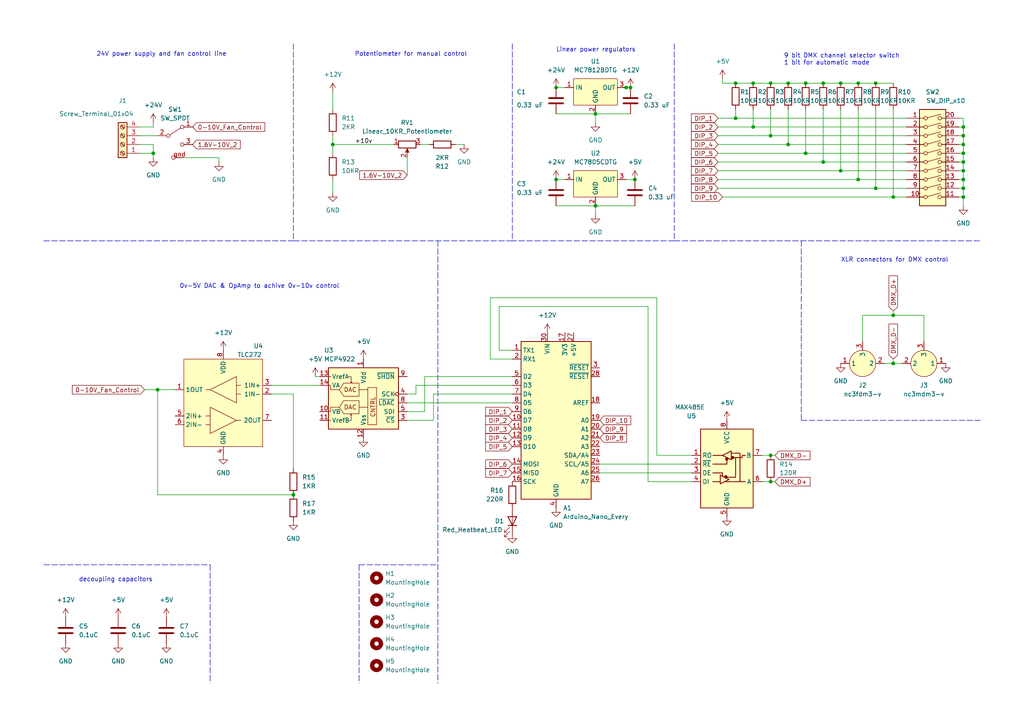
<source format=kicad_sch>
(kicad_sch (version 20211123) (generator eeschema)
  (paper "A4")
  (lib_symbols
    (symbol "Analog_DAC:MCP4922" (pin_names (offset 1.016))
      (property "Reference" "U" (at -1.905 10.795 0))
      (property "Value" "MCP4922" (at -1.905 8.89 0))
      (symbol "MCP4922_0_0"
        (polyline (pts (xy 3.556 -5.842) (xy 3.302 -6.096)))
        (polyline (pts (xy 3.556 -5.842) (xy 3.81 -6.096)))
        (polyline (pts (xy 3.556 3.302) (xy 3.302 3.556)))
        (polyline (pts (xy 3.556 3.302) (xy 3.81 3.556)))
        (polyline (pts (xy 10.16 -7.62) (xy 9.398 -7.62)))
        (polyline (pts (xy 10.16 5.08) (xy 9.398 5.08)))
        (polyline (pts (xy 4.064 -7.62) (xy 3.556 -7.62) (xy 3.556 -5.842)))
        (polyline (pts (xy 4.318 5.08) (xy 3.556 5.08) (xy 3.556 3.302)))
        (polyline (pts (xy 6.985 -3.81) (xy 9.525 -3.81) (xy 9.525 -5.08) (xy 10.16 -5.08)))
        (polyline (pts (xy 6.985 1.27) (xy 9.525 1.27) (xy 9.525 2.54) (xy 10.16 2.54)))
        (text "CNTRL" (at -2.032 -6.731 900) (effects (font (size 1.27 1.27)) (justify left bottom)))
        (text "DAC" (at 3.81 -3.81 0) (effects (font (size 1.27 1.27))))
        (text "DAC" (at 3.81 1.27 0) (effects (font (size 1.27 1.27))))
      )
      (symbol "MCP4922_0_1"
        (rectangle (start -10.16 7.62) (end 10.16 -10.16) (stroke (width 0.254)) (fill (type background)))
        (rectangle (start -1.27 -8.89) (end -3.81 1.905))
        (polyline (pts (xy 1.27 -3.81) (xy -1.27 -3.81)))
        (polyline (pts (xy 1.27 1.27) (xy -1.27 1.27)))
        (polyline (pts (xy 6.985 -3.81) (xy 5.715 -1.905) (xy 1.27 -1.905) (xy 1.27 -5.715) (xy 5.715 -5.715) (xy 6.985 -3.81)))
        (polyline (pts (xy 6.985 1.27) (xy 5.715 3.175) (xy 1.27 3.175) (xy 1.27 -0.635) (xy 5.715 -0.635) (xy 6.985 1.27)))
      )
      (symbol "MCP4922_1_1"
        (pin power_in line (at 0 10.16 270) (length 2.54) (name "Vdd") (number "1"))
        (pin output line (at 12.7 -5.08 180) (length 2.54) (name "VB") (number "10"))
        (pin input line (at 12.7 -7.62 180) (length 2.54) (name "VrefB") (number "11"))
        (pin power_in line (at 0 -12.7 90) (length 2.54) (name "Vss") (number "12"))
        (pin input line (at 12.7 5.08 180) (length 2.54) (name "VrefA") (number "13"))
        (pin output line (at 12.7 2.54 180) (length 2.54) (name "VA") (number "14"))
        (pin no_connect line (at -7.62 -12.7 90) (length 2.54) hide (name "NC") (number "2"))
        (pin input line (at -12.7 -7.62 0) (length 2.54) (name "~{CS}") (number "3"))
        (pin input clock (at -12.7 0 0) (length 2.54) (name "SCK") (number "4"))
        (pin input line (at -12.7 -5.08 0) (length 2.54) (name "SDI") (number "5"))
        (pin no_connect line (at -5.08 -12.7 90) (length 2.54) hide (name "NC") (number "6"))
        (pin no_connect line (at -2.54 -12.7 90) (length 2.54) hide (name "NC") (number "7"))
        (pin input line (at -12.7 -2.54 0) (length 2.54) (name "~{LDAC}") (number "8"))
        (pin output line (at -12.7 5.08 0) (length 2.54) (name "~{SHDN}") (number "9"))
      )
    )
    (symbol "Connector:Screw_Terminal_01x04" (pin_names (offset 1.016) hide)
      (property "Reference" "J" (at 0 5.08 0))
      (property "Value" "Screw_Terminal_01x04" (at 0 -7.62 0))
      (symbol "Screw_Terminal_01x04_1_1"
        (rectangle (start -1.27 3.81) (end 1.27 -6.35) (stroke (width 0.254)) (fill (type background)))
        (circle (center 0 -5.08) (radius 0.635) (stroke (width 0.1524)))
        (circle (center 0 -2.54) (radius 0.635) (stroke (width 0.1524)))
        (polyline (pts (xy -0.5334 -4.7498) (xy 0.3302 -5.588)) (stroke (width 0.1524)))
        (polyline (pts (xy -0.5334 -2.2098) (xy 0.3302 -3.048)) (stroke (width 0.1524)))
        (polyline (pts (xy -0.5334 0.3302) (xy 0.3302 -0.508)) (stroke (width 0.1524)))
        (polyline (pts (xy -0.5334 2.8702) (xy 0.3302 2.032)) (stroke (width 0.1524)))
        (polyline (pts (xy -0.3556 -4.572) (xy 0.508 -5.4102)) (stroke (width 0.1524)))
        (polyline (pts (xy -0.3556 -2.032) (xy 0.508 -2.8702)) (stroke (width 0.1524)))
        (polyline (pts (xy -0.3556 0.508) (xy 0.508 -0.3302)) (stroke (width 0.1524)))
        (polyline (pts (xy -0.3556 3.048) (xy 0.508 2.2098)) (stroke (width 0.1524)))
        (circle (center 0 0) (radius 0.635) (stroke (width 0.1524)))
        (circle (center 0 2.54) (radius 0.635) (stroke (width 0.1524)))
        (pin passive line (at -5.08 2.54 0) (length 3.81) (name "Pin_1") (number "1"))
        (pin passive line (at -5.08 0 0) (length 3.81) (name "Pin_2") (number "2"))
        (pin passive line (at -5.08 -2.54 0) (length 3.81) (name "Pin_3") (number "3"))
        (pin passive line (at -5.08 -5.08 0) (length 3.81) (name "Pin_4") (number "4"))
      )
    )
    (symbol "Device:C" (pin_numbers hide) (pin_names (offset 0.254))
      (property "Reference" "C" (at 0.635 2.54 0))
      (property "Value" "C" (at 0.635 -2.54 0))
      (symbol "C_0_1"
        (polyline (pts (xy -2.032 -0.762) (xy 2.032 -0.762)) (stroke (width 0.508)))
        (polyline (pts (xy -2.032 0.762) (xy 2.032 0.762)) (stroke (width 0.508)))
      )
      (symbol "C_1_1"
        (pin passive line (at 0 3.81 270) (length 2.794) (name "~") (number "1"))
        (pin passive line (at 0 -3.81 90) (length 2.794) (name "~") (number "2"))
      )
    )
    (symbol "Device:LED" (pin_numbers hide) (pin_names (offset 1.016) hide)
      (property "Reference" "D" (at 0 2.54 0))
      (property "Value" "LED" (at 0 -2.54 0))
      (symbol "LED_0_1"
        (polyline (pts (xy -1.27 -1.27) (xy -1.27 1.27)) (stroke (width 0.254)))
        (polyline (pts (xy -1.27 0) (xy 1.27 0)))
        (polyline (pts (xy 1.27 -1.27) (xy 1.27 1.27) (xy -1.27 0) (xy 1.27 -1.27)) (stroke (width 0.254)))
        (polyline (pts (xy -3.048 -0.762) (xy -4.572 -2.286) (xy -3.81 -2.286) (xy -4.572 -2.286) (xy -4.572 -1.524)))
        (polyline (pts (xy -1.778 -0.762) (xy -3.302 -2.286) (xy -2.54 -2.286) (xy -3.302 -2.286) (xy -3.302 -1.524)))
      )
      (symbol "LED_1_1"
        (pin passive line (at -3.81 0 0) (length 2.54) (name "K") (number "1"))
        (pin passive line (at 3.81 0 180) (length 2.54) (name "A") (number "2"))
      )
    )
    (symbol "Device:R" (pin_numbers hide) (pin_names (offset 0))
      (property "Reference" "R" (at 2.032 0 90))
      (property "Value" "R" (at 0 0 90))
      (symbol "R_0_1"
        (rectangle (start -1.016 -2.54) (end 1.016 2.54) (stroke (width 0.254)))
      )
      (symbol "R_1_1"
        (pin passive line (at 0 3.81 270) (length 1.27) (name "~") (number "1"))
        (pin passive line (at 0 -3.81 90) (length 1.27) (name "~") (number "2"))
      )
    )
    (symbol "Device:R_Potentiometer" (pin_names (offset 1.016) hide)
      (property "Reference" "RV" (at -4.445 0 90))
      (property "Value" "R_Potentiometer" (at -2.54 0 90))
      (symbol "R_Potentiometer_0_1"
        (polyline (pts (xy 2.54 0) (xy 1.524 0)))
        (polyline (pts (xy 1.143 0) (xy 2.286 0.508) (xy 2.286 -0.508) (xy 1.143 0)) (fill (type outline)))
        (rectangle (start 1.016 2.54) (end -1.016 -2.54) (stroke (width 0.254)))
      )
      (symbol "R_Potentiometer_1_1"
        (pin passive line (at 0 3.81 270) (length 1.27) (name "1") (number "1"))
        (pin passive line (at 3.81 0 180) (length 1.27) (name "2") (number "2"))
        (pin passive line (at 0 -3.81 90) (length 1.27) (name "3") (number "3"))
      )
    )
    (symbol "Interface_UART:MAX485E"
      (property "Reference" "U" (at -6.096 11.43 0))
      (property "Value" "MAX485E" (at 0.762 11.43 0))
      (symbol "MAX485E_0_1"
        (rectangle (start -7.62 10.16) (end 7.62 -12.7) (stroke (width 0.254)) (fill (type background)))
        (circle (center -0.3048 -3.683) (radius 0.3556) (stroke (width 0.254)) (fill (type outline)))
        (circle (center -0.0254 1.4986) (radius 0.3556) (stroke (width 0.254)) (fill (type outline)))
        (polyline (pts (xy -4.064 -5.08) (xy -1.905 -5.08)) (stroke (width 0.254)))
        (polyline (pts (xy -4.064 2.54) (xy -1.27 2.54)) (stroke (width 0.254)))
        (polyline (pts (xy -1.27 -3.2004) (xy -1.27 -3.4544)) (stroke (width 0.254)))
        (polyline (pts (xy -0.635 -5.08) (xy 5.334 -5.08)) (stroke (width 0.254)))
        (polyline (pts (xy -4.064 -2.54) (xy -1.27 -2.54) (xy -1.27 -3.175)) (stroke (width 0.254)))
        (polyline (pts (xy 0 1.27) (xy 0 0) (xy -4.064 0)) (stroke (width 0.254)))
        (polyline (pts (xy 1.27 3.175) (xy 3.81 3.175) (xy 3.81 -5.08)) (stroke (width 0.254)))
        (polyline (pts (xy 2.54 1.905) (xy 2.54 -3.81) (xy 0 -3.81)) (stroke (width 0.254)))
        (polyline (pts (xy -1.905 -3.175) (xy -1.905 -5.715) (xy 0.635 -4.445) (xy -1.905 -3.175)) (stroke (width 0.254)))
        (polyline (pts (xy -1.27 2.54) (xy 1.27 3.81) (xy 1.27 1.27) (xy -1.27 2.54)) (stroke (width 0.254)))
        (polyline (pts (xy 1.905 1.905) (xy 4.445 1.905) (xy 4.445 2.54) (xy 5.334 2.54)) (stroke (width 0.254)))
        (rectangle (start 1.27 3.175) (end 1.27 3.175))
        (circle (center 1.651 1.905) (radius 0.3556) (stroke (width 0.254)) (fill (type outline)))
      )
      (symbol "MAX485E_1_1"
        (pin output line (at -10.16 2.54 0) (length 2.54) (name "RO") (number "1"))
        (pin input line (at -10.16 0 0) (length 2.54) (name "~{RE}") (number "2"))
        (pin input line (at -10.16 -2.54 0) (length 2.54) (name "DE") (number "3"))
        (pin input line (at -10.16 -5.08 0) (length 2.54) (name "DI") (number "4"))
        (pin power_in line (at 0 -15.24 90) (length 2.54) (name "GND") (number "5"))
        (pin bidirectional line (at 10.16 -5.08 180) (length 2.54) (name "A") (number "6"))
        (pin bidirectional line (at 10.16 2.54 180) (length 2.54) (name "B") (number "7"))
        (pin power_in line (at 0 12.7 270) (length 2.54) (name "VCC") (number "8"))
      )
    )
    (symbol "Linear_Voltage_Reg:MC7805CDTG"
      (property "Reference" "U" (at 0 10.16 0))
      (property "Value" "MC7805CDTG" (at 0 7.62 0))
      (symbol "MC7805CDTG_0_1"
        (rectangle (start -6.35 3.81) (end 6.35 -3.81) (fill (type background)))
      )
      (symbol "MC7805CDTG_1_1"
        (pin power_in line (at -8.89 1.27 0) (length 2.54) (name "IN") (number "1"))
        (pin power_in line (at 0 -6.35 90) (length 2.54) (name "GND") (number "2"))
        (pin power_in line (at 8.89 1.27 180) (length 2.54) (name "OUT") (number "3"))
      )
    )
    (symbol "Linear_Voltage_Reg:MC7812BDTG"
      (property "Reference" "U" (at 0 6.35 0))
      (property "Value" "MC7812BDTG" (at 0 8.89 0))
      (symbol "MC7812BDTG_0_1"
        (rectangle (start -6.35 3.81) (end 6.35 -3.81) (fill (type background)))
      )
      (symbol "MC7812BDTG_1_1"
        (pin power_in line (at -8.89 1.27 0) (length 2.54) (name "IN") (number "1"))
        (pin power_in line (at 0 -6.35 90) (length 2.54) (name "GND") (number "2"))
        (pin power_in line (at 8.89 1.27 180) (length 2.54) (name "OUT") (number "3"))
      )
    )
    (symbol "MCU_Module:Arduino_Nano_Every"
      (property "Reference" "A" (at -10.16 23.495 0))
      (property "Value" "Arduino_Nano_Every" (at 5.08 -24.13 0))
      (symbol "Arduino_Nano_Every_0_1"
        (rectangle (start -10.16 22.86) (end 10.16 -22.86) (stroke (width 0.254)) (fill (type background)))
      )
      (symbol "Arduino_Nano_Every_1_1"
        (pin bidirectional line (at -12.7 20.32 0) (length 2.54) (name "TX1") (number "1"))
        (pin bidirectional line (at -12.7 0 0) (length 2.54) (name "D7") (number "10"))
        (pin bidirectional line (at -12.7 -2.54 0) (length 2.54) (name "D8") (number "11"))
        (pin bidirectional line (at -12.7 -5.08 0) (length 2.54) (name "D9") (number "12"))
        (pin bidirectional line (at -12.7 -7.62 0) (length 2.54) (name "D10") (number "13"))
        (pin bidirectional line (at -12.7 -12.7 0) (length 2.54) (name "MOSI") (number "14"))
        (pin bidirectional line (at -12.7 -15.24 0) (length 2.54) (name "MISO") (number "15"))
        (pin bidirectional line (at -12.7 -17.78 0) (length 2.54) (name "SCK") (number "16"))
        (pin power_out line (at 2.54 25.4 270) (length 2.54) (name "3V3") (number "17"))
        (pin input line (at 12.7 5.08 180) (length 2.54) (name "AREF") (number "18"))
        (pin bidirectional line (at 12.7 0 180) (length 2.54) (name "A0") (number "19"))
        (pin bidirectional line (at -12.7 17.78 0) (length 2.54) (name "RX1") (number "2"))
        (pin bidirectional line (at 12.7 -2.54 180) (length 2.54) (name "A1") (number "20"))
        (pin bidirectional line (at 12.7 -5.08 180) (length 2.54) (name "A2") (number "21"))
        (pin bidirectional line (at 12.7 -7.62 180) (length 2.54) (name "A3") (number "22"))
        (pin bidirectional line (at 12.7 -10.16 180) (length 2.54) (name "SDA/A4") (number "23"))
        (pin bidirectional line (at 12.7 -12.7 180) (length 2.54) (name "SCL/A5") (number "24"))
        (pin bidirectional line (at 12.7 -15.24 180) (length 2.54) (name "A6") (number "25"))
        (pin bidirectional line (at 12.7 -17.78 180) (length 2.54) (name "A7") (number "26"))
        (pin power_out line (at 5.08 25.4 270) (length 2.54) (name "+5V") (number "27"))
        (pin input line (at 12.7 12.7 180) (length 2.54) (name "~{RESET}") (number "28"))
        (pin passive line (at 0 -25.4 90) (length 2.54) hide (name "GND") (number "29"))
        (pin input line (at 12.7 15.24 180) (length 2.54) (name "~{RESET}") (number "3"))
        (pin power_in line (at -2.54 25.4 270) (length 2.54) (name "VIN") (number "30"))
        (pin power_in line (at 0 -25.4 90) (length 2.54) (name "GND") (number "4"))
        (pin bidirectional line (at -12.7 12.7 0) (length 2.54) (name "D2") (number "5"))
        (pin bidirectional line (at -12.7 10.16 0) (length 2.54) (name "D3") (number "6"))
        (pin bidirectional line (at -12.7 7.62 0) (length 2.54) (name "D4") (number "7"))
        (pin bidirectional line (at -12.7 5.08 0) (length 2.54) (name "D5") (number "8"))
        (pin bidirectional line (at -12.7 2.54 0) (length 2.54) (name "D6") (number "9"))
      )
    )
    (symbol "Mechanical:MountingHole" (pin_names (offset 1.016))
      (property "Reference" "H" (at 0 5.08 0))
      (property "Value" "MountingHole" (at 0 3.175 0))
      (symbol "MountingHole_0_1"
        (circle (center 0 0) (radius 1.27) (stroke (width 1.27)))
      )
    )
    (symbol "Switch:SW_DIP_x10" (pin_names (offset 0) hide)
      (property "Reference" "SW" (at 0 16.51 0))
      (property "Value" "SW_DIP_x10" (at 0 -13.97 0))
      (symbol "SW_DIP_x10_0_0"
        (circle (center -2.032 -10.16) (radius 0.508))
        (circle (center -2.032 -7.62) (radius 0.508))
        (circle (center -2.032 -5.08) (radius 0.508))
        (circle (center -2.032 -2.54) (radius 0.508))
        (circle (center -2.032 0) (radius 0.508))
        (circle (center -2.032 2.54) (radius 0.508))
        (circle (center -2.032 5.08) (radius 0.508))
        (circle (center -2.032 7.62) (radius 0.508))
        (circle (center -2.032 10.16) (radius 0.508))
        (circle (center -2.032 12.7) (radius 0.508))
        (polyline (pts (xy -1.524 -10.0076) (xy 2.3622 -8.9662)))
        (polyline (pts (xy -1.524 -7.4676) (xy 2.3622 -6.4262)))
        (polyline (pts (xy -1.524 -4.9276) (xy 2.3622 -3.8862)))
        (polyline (pts (xy -1.524 -2.3876) (xy 2.3622 -1.3462)))
        (polyline (pts (xy -1.524 0.127) (xy 2.3622 1.1684)))
        (polyline (pts (xy -1.524 2.667) (xy 2.3622 3.7084)))
        (polyline (pts (xy -1.524 5.207) (xy 2.3622 6.2484)))
        (polyline (pts (xy -1.524 7.747) (xy 2.3622 8.7884)))
        (polyline (pts (xy -1.524 10.287) (xy 2.3622 11.3284)))
        (polyline (pts (xy -1.524 12.827) (xy 2.3622 13.8684)))
        (circle (center 2.032 -10.16) (radius 0.508))
        (circle (center 2.032 -7.62) (radius 0.508))
        (circle (center 2.032 -5.08) (radius 0.508))
        (circle (center 2.032 -2.54) (radius 0.508))
        (circle (center 2.032 0) (radius 0.508))
        (circle (center 2.032 2.54) (radius 0.508))
        (circle (center 2.032 5.08) (radius 0.508))
        (circle (center 2.032 7.62) (radius 0.508))
        (circle (center 2.032 10.16) (radius 0.508))
        (circle (center 2.032 12.7) (radius 0.508))
      )
      (symbol "SW_DIP_x10_0_1"
        (rectangle (start -3.81 15.24) (end 3.81 -12.7) (stroke (width 0.254)) (fill (type background)))
      )
      (symbol "SW_DIP_x10_1_1"
        (pin passive line (at -7.62 12.7 0) (length 5.08) (name "~") (number "1"))
        (pin passive line (at -7.62 -10.16 0) (length 5.08) (name "~") (number "10"))
        (pin passive line (at 7.62 -10.16 180) (length 5.08) (name "~") (number "11"))
        (pin passive line (at 7.62 -7.62 180) (length 5.08) (name "~") (number "12"))
        (pin passive line (at 7.62 -5.08 180) (length 5.08) (name "~") (number "13"))
        (pin passive line (at 7.62 -2.54 180) (length 5.08) (name "~") (number "14"))
        (pin passive line (at 7.62 0 180) (length 5.08) (name "~") (number "15"))
        (pin passive line (at 7.62 2.54 180) (length 5.08) (name "~") (number "16"))
        (pin passive line (at 7.62 5.08 180) (length 5.08) (name "~") (number "17"))
        (pin passive line (at 7.62 7.62 180) (length 5.08) (name "~") (number "18"))
        (pin passive line (at 7.62 10.16 180) (length 5.08) (name "~") (number "19"))
        (pin passive line (at -7.62 10.16 0) (length 5.08) (name "~") (number "2"))
        (pin passive line (at 7.62 12.7 180) (length 5.08) (name "~") (number "20"))
        (pin passive line (at -7.62 7.62 0) (length 5.08) (name "~") (number "3"))
        (pin passive line (at -7.62 5.08 0) (length 5.08) (name "~") (number "4"))
        (pin passive line (at -7.62 2.54 0) (length 5.08) (name "~") (number "5"))
        (pin passive line (at -7.62 0 0) (length 5.08) (name "~") (number "6"))
        (pin passive line (at -7.62 -2.54 0) (length 5.08) (name "~") (number "7"))
        (pin passive line (at -7.62 -5.08 0) (length 5.08) (name "~") (number "8"))
        (pin passive line (at -7.62 -7.62 0) (length 5.08) (name "~") (number "9"))
      )
    )
    (symbol "Switch:SW_SPDT" (pin_names (offset 0) hide)
      (property "Reference" "SW1" (at 0 7.62 0))
      (property "Value" "SW_SPDT" (at 0 5.08 0))
      (symbol "SW_SPDT_0_0"
        (circle (center -2.032 0) (radius 0.508))
        (circle (center -0.508 -6.35) (radius 0.508))
        (circle (center 2.032 -2.54) (radius 0.508))
      )
      (symbol "SW_SPDT_0_1"
        (polyline (pts (xy -1.524 0.254) (xy 1.651 2.286)))
        (circle (center 2.032 2.54) (radius 0.508))
      )
      (symbol "SW_SPDT_1_1"
        (pin passive line (at 5.08 2.54 180) (length 2.54) (name "A") (number "1"))
        (pin passive line (at -5.08 0 0) (length 2.54) (name "B") (number "2"))
        (pin passive line (at 5.08 -2.54 180) (length 2.54) (name "C") (number "3"))
        (pin power_in line (at 2.54 -6.35 180) (length 2.54) (name "GND") (number "gnd"))
      )
    )
    (symbol "TLC272:TLC272"
      (property "Reference" "U" (at -10.16 17.78 0))
      (property "Value" "TLC272" (at -7.62 15.24 0))
      (symbol "TLC272_0_1"
        (rectangle (start -11.43 13.97) (end 11.43 -11.43) (fill (type background)))
        (polyline (pts (xy -3.81 -3.81) (xy -5.08 -3.81)))
        (polyline (pts (xy -3.81 3.81) (xy -5.08 3.81)))
        (polyline (pts (xy -3.81 6.35) (xy -5.08 6.35)))
        (polyline (pts (xy 3.81 -5.08) (xy 5.08 -5.08)))
        (polyline (pts (xy 3.81 -2.54) (xy 5.08 -2.54)))
        (polyline (pts (xy 3.81 5.08) (xy 5.08 5.08)))
        (polyline (pts (xy -3.81 8.89) (xy -3.81 1.27) (xy 3.81 5.08) (xy -3.81 8.89)))
        (polyline (pts (xy 3.81 -7.62) (xy 3.81 0) (xy -3.81 -3.81) (xy 3.81 -7.62)))
      )
      (symbol "TLC272_1_1"
        (pin output line (at 13.97 5.08 180) (length 2.54) (name "1OUT") (number "1"))
        (pin input line (at -13.97 3.81 0) (length 2.54) (name "1IN-") (number "2"))
        (pin input line (at -13.97 6.35 0) (length 2.54) (name "1IN+") (number "3"))
        (pin power_in line (at 0 -13.97 90) (length 2.54) (name "GND") (number "4"))
        (pin input line (at 13.97 -2.54 180) (length 2.54) (name "2IN+") (number "5"))
        (pin input line (at 13.97 -5.08 180) (length 2.54) (name "2IN-") (number "6"))
        (pin output line (at -13.97 -3.81 0) (length 2.54) (name "2OUT") (number "7"))
        (pin power_in line (at 0 16.51 270) (length 2.54) (name "VDD") (number "8"))
      )
    )
    (symbol "XLR_Connector:nc3fdm3-v"
      (property "Reference" "J" (at 0 5.08 0))
      (property "Value" "nc3fdm3-v" (at 0 7.62 0))
      (symbol "nc3fdm3-v_0_1"
        (circle (center 0 0) (radius 3.81) (fill (type background)))
      )
      (symbol "nc3fdm3-v_1_1"
        (pin passive line (at 6.35 0 180) (length 2.54) (name "1") (number "1"))
        (pin passive line (at -6.35 0 0) (length 2.54) (name "2") (number "2"))
        (pin passive line (at 0 -6.35 90) (length 2.54) (name "3") (number "3"))
      )
    )
    (symbol "XLR_Connector:nc3mdm3-v"
      (property "Reference" "J" (at 0 6.35 0))
      (property "Value" "nc3mdm3-v" (at 0 8.89 0))
      (symbol "nc3mdm3-v_0_1"
        (circle (center 0 0) (radius 3.81) (fill (type background)))
      )
      (symbol "nc3mdm3-v_1_1"
        (pin passive line (at -6.35 0 0) (length 2.54) (name "1") (number "1"))
        (pin passive line (at 6.35 0 180) (length 2.54) (name "2") (number "2"))
        (pin passive line (at 0 -6.35 90) (length 2.54) (name "3") (number "3"))
      )
    )
    (symbol "power:+12V" (power) (pin_names (offset 0))
      (property "Value" "+12V" (at 0 3.556 0))
      (symbol "+12V_0_1"
        (polyline (pts (xy -0.762 1.27) (xy 0 2.54)))
        (polyline (pts (xy 0 0) (xy 0 2.54)))
        (polyline (pts (xy 0 2.54) (xy 0.762 1.27)))
      )
      (symbol "+12V_1_1"
        (pin power_in line (at 0 0 90) (length 0) hide (name "+12V") (number "1"))
      )
    )
    (symbol "power:+24V" (power) (pin_names (offset 0))
      (property "Value" "+24V" (at 0 3.556 0))
      (symbol "+24V_0_1"
        (polyline (pts (xy -0.762 1.27) (xy 0 2.54)))
        (polyline (pts (xy 0 0) (xy 0 2.54)))
        (polyline (pts (xy 0 2.54) (xy 0.762 1.27)))
      )
      (symbol "+24V_1_1"
        (pin power_in line (at 0 0 90) (length 0) hide (name "+24V") (number "1"))
      )
    )
    (symbol "power:+5V" (power) (pin_names (offset 0))
      (property "Value" "+5V" (at 0 3.556 0))
      (symbol "+5V_0_1"
        (polyline (pts (xy -0.762 1.27) (xy 0 2.54)))
        (polyline (pts (xy 0 0) (xy 0 2.54)))
        (polyline (pts (xy 0 2.54) (xy 0.762 1.27)))
      )
      (symbol "+5V_1_1"
        (pin power_in line (at 0 0 90) (length 0) hide (name "+5V") (number "1"))
      )
    )
    (symbol "power:GND" (power) (pin_names (offset 0))
      (property "Value" "GND" (at 0 -3.81 0))
      (symbol "GND_0_1"
        (polyline (pts (xy 0 0) (xy 0 -1.27) (xy 1.27 -1.27) (xy 0 -2.54) (xy -1.27 -1.27) (xy 0 -1.27)))
      )
      (symbol "GND_1_1"
        (pin power_in line (at 0 0 270) (length 0) hide (name "GND") (number "1"))
      )
    )
  )
  (junction (at 254 24.13))
  (junction (at 279.4 39.37))
  (junction (at 279.4 49.53))
  (junction (at 259.08 57.15))
  (junction (at 182.88 25.4))
  (junction (at 228.6 24.13))
  (junction (at 223.52 39.37))
  (junction (at 184.15 52.07))
  (junction (at 181.61 25.4))
  (junction (at 233.68 44.45))
  (junction (at 172.72 59.69))
  (junction (at 44.45 44.45))
  (junction (at 279.4 44.45))
  (junction (at 85.09 143.51))
  (junction (at 254 54.61))
  (junction (at 213.36 24.13))
  (junction (at 223.52 24.13))
  (junction (at 243.84 24.13))
  (junction (at 279.4 46.99))
  (junction (at 259.08 105.41))
  (junction (at 248.92 52.07))
  (junction (at 96.52 41.91))
  (junction (at 279.4 41.91))
  (junction (at 279.4 57.15))
  (junction (at 223.52 139.7))
  (junction (at 218.44 36.83))
  (junction (at 233.68 24.13))
  (junction (at 238.76 24.13))
  (junction (at 228.6 41.91))
  (junction (at 238.76 46.99))
  (junction (at 279.4 36.83))
  (junction (at 45.72 113.03))
  (junction (at 243.84 49.53))
  (junction (at 161.29 25.4))
  (junction (at 279.4 54.61))
  (junction (at 223.52 132.08))
  (junction (at 218.44 24.13))
  (junction (at 279.4 52.07))
  (junction (at 213.36 34.29))
  (junction (at 161.29 52.07))
  (junction (at 248.92 24.13))
  (junction (at 172.72 33.02))
  (junction (at 259.08 91.44))
  (wire (pts (xy 228.6 24.13) (xy 233.68 24.13)))
  (wire (pts (xy 208.28 52.07) (xy 248.92 52.07)))
  (wire (pts (xy 144.78 101.6) (xy 148.59 101.6)))
  (wire (pts (xy 41.91 113.03) (xy 45.72 113.03)))
  (wire (pts (xy 125.73 121.92) (xy 125.73 114.3)))
  (wire (pts (xy 208.28 44.45) (xy 233.68 44.45)))
  (wire (pts (xy 40.64 44.45) (xy 44.45 44.45)))
  (wire (pts (xy 96.52 39.37) (xy 96.52 41.91)))
  (wire (pts (xy 278.13 52.07) (xy 279.4 52.07)))
  (wire (pts (xy 144.78 88.9) (xy 144.78 101.6)))
  (wire (pts (xy 123.19 109.22) (xy 148.59 109.22)))
  (wire (pts (xy 279.4 57.15) (xy 279.4 54.61)))
  (wire (pts (xy 223.52 139.7) (xy 224.79 139.7)))
  (wire (pts (xy 213.36 31.75) (xy 213.36 34.29)))
  (wire (pts (xy 96.52 41.91) (xy 114.3 41.91)))
  (wire (pts (xy 118.11 114.3) (xy 120.65 114.3)))
  (wire (pts (xy 63.5 45.72) (xy 63.5 46.99)))
  (wire (pts (xy 278.13 36.83) (xy 279.4 36.83)))
  (wire (pts (xy 208.28 54.61) (xy 254 54.61)))
  (wire (pts (xy 279.4 36.83) (xy 279.4 34.29)))
  (wire (pts (xy 181.61 52.07) (xy 184.15 52.07)))
  (wire (pts (xy 45.72 113.03) (xy 50.8 113.03)))
  (wire (pts (xy 172.72 33.02) (xy 172.72 35.56)))
  (wire (pts (xy 118.11 119.38) (xy 123.19 119.38)))
  (wire (pts (xy 279.4 59.69) (xy 279.4 57.15)))
  (wire (pts (xy 208.28 34.29) (xy 213.36 34.29)))
  (polyline (pts (xy 148.59 69.85) (xy 85.09 69.85)))
  (wire (pts (xy 248.92 52.07) (xy 262.89 52.07)))
  (wire (pts (xy 121.92 41.91) (xy 124.46 41.91)))
  (polyline (pts (xy 195.58 69.85) (xy 148.59 69.85)))
  (wire (pts (xy 187.96 88.9) (xy 144.78 88.9)))
  (wire (pts (xy 181.61 25.4) (xy 182.88 25.4)))
  (wire (pts (xy 238.76 24.13) (xy 243.84 24.13)))
  (wire (pts (xy 279.4 39.37) (xy 279.4 36.83)))
  (polyline (pts (xy 60.96 163.83) (xy 60.96 198.12)))
  (polyline (pts (xy 195.58 69.85) (xy 284.48 69.85)))
  (wire (pts (xy 220.98 132.08) (xy 223.52 132.08)))
  (polyline (pts (xy 12.7 69.85) (xy 85.09 69.85)))
  (wire (pts (xy 96.52 26.67) (xy 96.52 31.75)))
  (wire (pts (xy 208.28 49.53) (xy 243.84 49.53)))
  (wire (pts (xy 278.13 44.45) (xy 279.4 44.45)))
  (wire (pts (xy 187.96 139.7) (xy 200.66 139.7)))
  (wire (pts (xy 259.08 31.75) (xy 259.08 57.15)))
  (wire (pts (xy 250.19 91.44) (xy 259.08 91.44)))
  (wire (pts (xy 254 24.13) (xy 259.08 24.13)))
  (wire (pts (xy 209.55 24.13) (xy 213.36 24.13)))
  (polyline (pts (xy 232.41 121.92) (xy 284.48 121.92)))
  (wire (pts (xy 218.44 36.83) (xy 262.89 36.83)))
  (wire (pts (xy 218.44 31.75) (xy 218.44 36.83)))
  (wire (pts (xy 279.4 46.99) (xy 279.4 44.45)))
  (wire (pts (xy 161.29 59.69) (xy 172.72 59.69)))
  (wire (pts (xy 278.13 54.61) (xy 279.4 54.61)))
  (wire (pts (xy 208.28 39.37) (xy 223.52 39.37)))
  (polyline (pts (xy 104.14 163.83) (xy 104.14 198.12)))
  (wire (pts (xy 248.92 31.75) (xy 248.92 52.07)))
  (polyline (pts (xy 104.14 163.83) (xy 127 163.83)))
  (wire (pts (xy 259.08 105.41) (xy 261.62 105.41)))
  (wire (pts (xy 190.5 132.08) (xy 200.66 132.08)))
  (wire (pts (xy 223.52 132.08) (xy 224.79 132.08)))
  (wire (pts (xy 53.34 45.72) (xy 63.5 45.72)))
  (wire (pts (xy 96.52 52.07) (xy 96.52 55.88)))
  (wire (pts (xy 142.24 104.14) (xy 142.24 86.36)))
  (wire (pts (xy 238.76 31.75) (xy 238.76 46.99)))
  (wire (pts (xy 85.09 114.3) (xy 85.09 135.89)))
  (wire (pts (xy 248.92 24.13) (xy 254 24.13)))
  (wire (pts (xy 228.6 31.75) (xy 228.6 41.91)))
  (wire (pts (xy 223.52 39.37) (xy 262.89 39.37)))
  (polyline (pts (xy 127 69.85) (xy 127 198.12)))
  (wire (pts (xy 148.59 104.14) (xy 142.24 104.14)))
  (wire (pts (xy 220.98 139.7) (xy 223.52 139.7)))
  (wire (pts (xy 209.55 57.15) (xy 259.08 57.15)))
  (wire (pts (xy 213.36 24.13) (xy 218.44 24.13)))
  (wire (pts (xy 254 54.61) (xy 262.89 54.61)))
  (polyline (pts (xy 148.59 12.7) (xy 148.59 69.85)))
  (wire (pts (xy 40.64 39.37) (xy 45.72 39.37)))
  (wire (pts (xy 44.45 44.45) (xy 44.45 45.72)))
  (wire (pts (xy 172.72 59.69) (xy 184.15 59.69)))
  (wire (pts (xy 223.52 24.13) (xy 228.6 24.13)))
  (wire (pts (xy 40.64 36.83) (xy 44.45 36.83)))
  (wire (pts (xy 91.44 109.22) (xy 92.71 109.22)))
  (wire (pts (xy 278.13 57.15) (xy 279.4 57.15)))
  (wire (pts (xy 243.84 49.53) (xy 262.89 49.53)))
  (wire (pts (xy 233.68 44.45) (xy 262.89 44.45)))
  (wire (pts (xy 278.13 46.99) (xy 279.4 46.99)))
  (polyline (pts (xy 195.58 12.7) (xy 195.58 69.85)))
  (wire (pts (xy 208.28 36.83) (xy 218.44 36.83)))
  (wire (pts (xy 125.73 114.3) (xy 148.59 114.3)))
  (polyline (pts (xy 12.7 163.83) (xy 60.96 163.83)))
  (wire (pts (xy 173.99 134.62) (xy 200.66 134.62)))
  (wire (pts (xy 228.6 41.91) (xy 262.89 41.91)))
  (wire (pts (xy 243.84 24.13) (xy 248.92 24.13)))
  (wire (pts (xy 120.65 114.3) (xy 120.65 111.76)))
  (wire (pts (xy 172.72 59.69) (xy 172.72 62.23)))
  (wire (pts (xy 279.4 52.07) (xy 279.4 49.53)))
  (wire (pts (xy 218.44 24.13) (xy 223.52 24.13)))
  (wire (pts (xy 161.29 25.4) (xy 163.83 25.4)))
  (wire (pts (xy 118.11 116.84) (xy 148.59 116.84)))
  (wire (pts (xy 187.96 139.7) (xy 187.96 88.9)))
  (wire (pts (xy 180.34 25.4) (xy 181.61 25.4)))
  (wire (pts (xy 279.4 54.61) (xy 279.4 52.07)))
  (wire (pts (xy 209.55 22.86) (xy 209.55 24.13)))
  (wire (pts (xy 123.19 119.38) (xy 123.19 109.22)))
  (wire (pts (xy 279.4 44.45) (xy 279.4 41.91)))
  (wire (pts (xy 259.08 90.17) (xy 259.08 91.44)))
  (wire (pts (xy 208.28 46.99) (xy 238.76 46.99)))
  (wire (pts (xy 256.54 105.41) (xy 259.08 105.41)))
  (wire (pts (xy 85.09 143.51) (xy 45.72 143.51)))
  (polyline (pts (xy 232.41 69.85) (xy 232.41 121.92)))
  (wire (pts (xy 120.65 111.76) (xy 148.59 111.76)))
  (wire (pts (xy 243.84 31.75) (xy 243.84 49.53)))
  (wire (pts (xy 132.08 41.91) (xy 134.62 41.91)))
  (wire (pts (xy 259.08 91.44) (xy 267.97 91.44)))
  (wire (pts (xy 78.74 114.3) (xy 85.09 114.3)))
  (wire (pts (xy 45.72 143.51) (xy 45.72 113.03)))
  (wire (pts (xy 161.29 52.07) (xy 163.83 52.07)))
  (wire (pts (xy 233.68 24.13) (xy 238.76 24.13)))
  (wire (pts (xy 118.11 45.72) (xy 118.11 50.8)))
  (wire (pts (xy 238.76 46.99) (xy 262.89 46.99)))
  (wire (pts (xy 173.99 137.16) (xy 200.66 137.16)))
  (wire (pts (xy 233.68 31.75) (xy 233.68 44.45)))
  (wire (pts (xy 172.72 33.02) (xy 182.88 33.02)))
  (wire (pts (xy 208.28 41.91) (xy 228.6 41.91)))
  (wire (pts (xy 259.08 104.14) (xy 259.08 105.41)))
  (wire (pts (xy 223.52 31.75) (xy 223.52 39.37)))
  (wire (pts (xy 161.29 33.02) (xy 172.72 33.02)))
  (wire (pts (xy 279.4 34.29) (xy 278.13 34.29)))
  (wire (pts (xy 96.52 41.91) (xy 96.52 44.45)))
  (wire (pts (xy 213.36 34.29) (xy 262.89 34.29)))
  (wire (pts (xy 259.08 57.15) (xy 262.89 57.15)))
  (wire (pts (xy 142.24 86.36) (xy 190.5 86.36)))
  (wire (pts (xy 267.97 91.44) (xy 267.97 99.06)))
  (wire (pts (xy 40.64 41.91) (xy 44.45 41.91)))
  (wire (pts (xy 279.4 41.91) (xy 279.4 39.37)))
  (wire (pts (xy 118.11 121.92) (xy 125.73 121.92)))
  (wire (pts (xy 254 31.75) (xy 254 54.61)))
  (wire (pts (xy 278.13 49.53) (xy 279.4 49.53)))
  (wire (pts (xy 190.5 86.36) (xy 190.5 132.08)))
  (wire (pts (xy 44.45 36.83) (xy 44.45 35.56)))
  (polyline (pts (xy 85.09 12.7) (xy 85.09 69.85)))
  (wire (pts (xy 278.13 41.91) (xy 279.4 41.91)))
  (wire (pts (xy 279.4 49.53) (xy 279.4 46.99)))
  (wire (pts (xy 278.13 39.37) (xy 279.4 39.37)))
  (wire (pts (xy 250.19 91.44) (xy 250.19 99.06)))
  (wire (pts (xy 78.74 111.76) (xy 92.71 111.76)))
  (wire (pts (xy 44.45 41.91) (xy 44.45 44.45)))
  (text "24V power supply and fan control line " (at 27.94 16.51 0) (effects (font (size 1.27 1.27)) (justify left bottom)))
  (text "Potentiometer for manual control" (at 102.87 16.51 0) (effects (font (size 1.27 1.27)) (justify left bottom)))
  (text "0v-5V DAC & OpAmp to achive 0v-10v control" (at 52.07 83.82 0) (effects (font (size 1.27 1.27)) (justify left bottom)))
  (text "Linear power regulators " (at 161.29 15.24 0) (effects (font (size 1.27 1.27)) (justify left bottom)))
  (text "XLR connectors for DMX control" (at 243.84 76.2 0) (effects (font (size 1.27 1.27)) (justify left bottom)))
  (text "9 bit DMX channel selector switch\n1 bit for automatic mode" (at 227.33 19.05 0) (effects (font (size 1.27 1.27)) (justify left bottom)))
  (text "decoupling capacitors" (at 22.86 168.91 0) (effects (font (size 1.27 1.27)) (justify left bottom)))
  (label "+10v" (at 102.87 41.91 0))
  (global_label "DIP_9" (shape input) (at 208.28 54.61 180) (property "Intersheet References" "${INTERSHEET_REFS}" (effects hide)))
  (global_label "DIP_1" (shape input) (at 208.28 34.29 180) (property "Intersheet References" "${INTERSHEET_REFS}" (effects hide)))
  (global_label "DIP_8" (shape input) (at 208.28 52.07 180) (property "Intersheet References" "${INTERSHEET_REFS}" (effects hide)))
  (global_label "DIP_8" (shape input) (at 173.99 127 0) (property "Intersheet References" "${INTERSHEET_REFS}" (effects hide)))
  (global_label "DIP_5" (shape input) (at 148.59 129.54 180) (property "Intersheet References" "${INTERSHEET_REFS}" (effects hide)))
  (global_label "DIP_4" (shape input) (at 208.28 41.91 180) (property "Intersheet References" "${INTERSHEET_REFS}" (effects hide)))
  (global_label "DIP_9" (shape input) (at 173.99 124.46 0) (property "Intersheet References" "${INTERSHEET_REFS}" (effects hide)))
  (global_label "DIP_3" (shape input) (at 148.59 124.46 180) (property "Intersheet References" "${INTERSHEET_REFS}" (effects hide)))
  (global_label "DIP_7" (shape input) (at 208.28 49.53 180) (property "Intersheet References" "${INTERSHEET_REFS}" (effects hide)))
  (global_label "0-10V_Fan_Control" (shape input) (at 55.88 36.83 0) (property "Intersheet References" "${INTERSHEET_REFS}" (effects hide)))
  (global_label "1.6V-10V_2" (shape input) (at 55.88 41.91 0) (property "Intersheet References" "${INTERSHEET_REFS}" (effects hide)))
  (global_label "DMX_D-" (shape input) (at 259.08 104.14 90) (property "Intersheet References" "${INTERSHEET_REFS}" (effects hide)))
  (global_label "DIP_4" (shape input) (at 148.59 127 180) (property "Intersheet References" "${INTERSHEET_REFS}" (effects hide)))
  (global_label "DIP_10" (shape input) (at 209.55 57.15 180) (property "Intersheet References" "${INTERSHEET_REFS}" (effects hide)))
  (global_label "1.6V-10V_2" (shape input) (at 118.11 50.8 180) (property "Intersheet References" "${INTERSHEET_REFS}" (effects hide)))
  (global_label "DIP_1" (shape input) (at 148.59 119.38 180) (property "Intersheet References" "${INTERSHEET_REFS}" (effects hide)))
  (global_label "DIP_2" (shape input) (at 208.28 36.83 180) (property "Intersheet References" "${INTERSHEET_REFS}" (effects hide)))
  (global_label "DIP_6" (shape input) (at 208.28 46.99 180) (property "Intersheet References" "${INTERSHEET_REFS}" (effects hide)))
  (global_label "DIP_7" (shape input) (at 148.59 137.16 180) (property "Intersheet References" "${INTERSHEET_REFS}" (effects hide)))
  (global_label "DIP_2" (shape input) (at 148.59 121.92 180) (property "Intersheet References" "${INTERSHEET_REFS}" (effects hide)))
  (global_label "DIP_3" (shape input) (at 208.28 39.37 180) (property "Intersheet References" "${INTERSHEET_REFS}" (effects hide)))
  (global_label "DIP_6" (shape input) (at 148.59 134.62 180) (property "Intersheet References" "${INTERSHEET_REFS}" (effects hide)))
  (global_label "DIP_10" (shape input) (at 173.99 121.92 0) (property "Intersheet References" "${INTERSHEET_REFS}" (effects hide)))
  (global_label "DMX_D+" (shape input) (at 259.08 90.17 90) (property "Intersheet References" "${INTERSHEET_REFS}" (effects hide)))
  (global_label "DMX_D-" (shape input) (at 224.79 132.08 0) (property "Intersheet References" "${INTERSHEET_REFS}" (effects hide)))
  (global_label "DIP_5" (shape input) (at 208.28 44.45 180) (property "Intersheet References" "${INTERSHEET_REFS}" (effects hide)))
  (global_label "0-10V_Fan_Control" (shape input) (at 41.91 113.03 180) (property "Intersheet References" "${INTERSHEET_REFS}" (effects hide)))
  (global_label "DMX_D+" (shape input) (at 224.79 139.7 0) (property "Intersheet References" "${INTERSHEET_REFS}" (effects hide)))
  (symbol (lib_id "Device:R") (at 223.52 135.89 0) (unit 1)
    (property "Reference" "R14" (at 226.06 134.6199 0) (effects (justify left)))
    (property "Value" "120R" (at 226.06 137.1599 0) (effects (justify left)))
    (property "Footprint" "Resistor_SMD:R_0603_1608Metric" (effects hide))
  )
  (symbol (lib_id "Device:LED") (at 148.59 151.13 270) (mirror x) (unit 1)
    (property "Reference" "D1" (at 143.51 151.13 90) (effects (justify left)))
    (property "Value" "Red_Heatbeat_LED" (at 128.27 153.67 90) (effects (justify left)))
    (property "Footprint" "LED_THT:LED_D3.0mm_Horizontal_O1.27mm_Z6.0mm" (effects hide))
  )
  (symbol (lib_id "Connector:Screw_Terminal_01x04") (at 35.56 41.91 180) (unit 1)
    (property "Reference" "J1" (at 35.56 29.21 0))
    (property "Value" "Screw_Terminal_01x04" (at 27.94 33.02 0))
    (property "Footprint" "TerminalBlock:TerminalBlock_Altech_AK300-4_P5.00mm" (effects hide))
  )
  (symbol (lib_id "Device:C") (at 184.15 55.88 0) (unit 1)
    (property "Reference" "C4" (at 187.96 54.6099 0) (effects (justify left)))
    (property "Value" "0.33 uF" (at 187.96 57.1499 0) (effects (justify left)))
    (property "Footprint" "Capacitor_SMD:C_1812_4532Metric" (effects hide))
  )
  (symbol (lib_id "power:+12V") (at 96.52 26.67 0) (unit 1)
    (property "Reference" "#PWR04" (effects hide))
    (property "Value" "+12V" (at 96.52 21.59 0))
  )
  (symbol (lib_id "Switch:SW_SPDT") (at 50.8 39.37 0) (unit 1)
    (property "Reference" "SW1" (at 50.8 31.75 0))
    (property "Value" "SW_SPDT" (at 50.8 34.29 0))
    (property "Footprint" "Switch:WS-TOTV_6.35_Right_Angle_Toggle_Switch" (effects hide))
  )
  (symbol (lib_id "Device:C") (at 48.26 182.88 0) (unit 1)
    (property "Reference" "C7" (at 52.07 181.6099 0) (effects (justify left)))
    (property "Value" "0.1uC" (at 52.07 184.1499 0) (effects (justify left)))
    (property "Footprint" "Capacitor_SMD:C_0805_2012Metric" (effects hide))
  )
  (symbol (lib_id "Device:C") (at 182.88 29.21 0) (unit 1)
    (property "Reference" "C2" (at 186.69 27.9399 0) (effects (justify left)))
    (property "Value" "0.33 uF" (at 186.69 30.4799 0) (effects (justify left)))
    (property "Footprint" "Capacitor_SMD:C_1812_4532Metric" (effects hide))
  )
  (symbol (lib_id "Device:C") (at 161.29 29.21 0) (unit 1)
    (property "Reference" "C1" (at 149.86 26.67 0) (effects (justify left)))
    (property "Value" "0.33 uF" (at 149.86 30.48 0) (effects (justify left)))
    (property "Footprint" "Capacitor_SMD:C_1812_4532Metric" (effects hide))
  )
  (symbol (lib_id "power:GND") (at 105.41 127 0) (unit 1)
    (property "Reference" "#PWR022" (effects hide))
    (property "Value" "GND" (at 105.41 132.08 0))
  )
  (symbol (lib_id "Device:R") (at 96.52 48.26 0) (unit 1)
    (property "Reference" "R13" (at 99.06 46.9899 0) (effects (justify left)))
    (property "Value" "10KR" (at 99.06 49.5299 0) (effects (justify left)))
    (property "Footprint" "Resistor_SMD:R_0603_1608Metric" (effects hide))
  )
  (symbol (lib_id "Device:R") (at 213.36 27.94 0) (unit 1)
    (property "Reference" "R1" (at 214.63 26.67 0) (effects (justify left)))
    (property "Value" "10KR" (at 214.63 29.21 0) (effects (justify left)))
    (property "Footprint" "Resistor_SMD:R_0603_1608Metric" (effects hide))
  )
  (symbol (lib_id "Device:R") (at 218.44 27.94 0) (unit 1)
    (property "Reference" "R2" (at 219.71 26.67 0) (effects (justify left)))
    (property "Value" "10KR" (at 219.71 29.21 0) (effects (justify left)))
    (property "Footprint" "Resistor_SMD:R_0603_1608Metric" (effects hide))
  )
  (symbol (lib_id "XLR_Connector:nc3fdm3-v") (at 250.19 105.41 180) (unit 1)
    (property "Reference" "J2" (at 250.19 111.76 0))
    (property "Value" "nc3fdm3-v" (at 250.19 114.3 0))
    (property "Footprint" "XLR_Connector:nc3fdm3-h" (effects hide))
  )
  (symbol (lib_id "power:GND") (at 85.09 151.13 0) (unit 1)
    (property "Reference" "#PWR026" (effects hide))
    (property "Value" "GND" (at 85.09 156.21 0))
  )
  (symbol (lib_id "TLC272:TLC272") (at 64.77 118.11 0) (mirror y) (unit 1)
    (property "Reference" "U4" (at 74.93 100.33 0))
    (property "Value" "TLC272" (at 72.39 102.87 0))
    (property "Footprint" "OpAmp:tlc272a" (effects hide))
  )
  (symbol (lib_id "power:GND") (at 148.59 154.94 0) (unit 1)
    (property "Reference" "#PWR027" (effects hide))
    (property "Value" "GND" (at 148.59 160.02 0))
  )
  (symbol (lib_id "power:GND") (at 64.77 132.08 0) (unit 1)
    (property "Reference" "#PWR023" (effects hide))
    (property "Value" "GND" (at 64.77 137.16 0))
  )
  (symbol (lib_id "Mechanical:MountingHole") (at 109.22 186.69 0) (unit 1)
    (property "Reference" "H4" (at 111.76 185.4199 0) (effects (justify left)))
    (property "Value" "MountingHole" (at 111.76 187.9599 0) (effects (justify left)))
    (property "Footprint" "MountingHole:MountingHole_3.2mm_M3_ISO14580_Pad_TopBottom" (effects hide))
  )
  (symbol (lib_id "Device:R") (at 223.52 27.94 0) (unit 1)
    (property "Reference" "R3" (at 224.79 26.67 0) (effects (justify left)))
    (property "Value" "10KR" (at 224.79 29.21 0) (effects (justify left)))
    (property "Footprint" "Resistor_SMD:R_0603_1608Metric" (effects hide))
  )
  (symbol (lib_id "power:+5V") (at 91.44 109.22 0) (unit 1)
    (property "Reference" "#PWR020" (effects hide))
    (property "Value" "+5V" (at 91.44 104.14 0))
  )
  (symbol (lib_id "power:+12V") (at 158.75 96.52 0) (unit 1)
    (property "Reference" "#PWR015" (effects hide))
    (property "Value" "+12V" (at 158.75 91.44 0))
  )
  (symbol (lib_id "power:+5V") (at 184.15 52.07 0) (unit 1)
    (property "Reference" "#PWR011" (effects hide))
    (property "Value" "+5V" (at 184.15 46.99 0))
  )
  (symbol (lib_id "Mechanical:MountingHole") (at 109.22 180.34 0) (unit 1)
    (property "Reference" "H3" (at 111.76 179.0699 0) (effects (justify left)))
    (property "Value" "MountingHole" (at 111.76 181.6099 0) (effects (justify left)))
    (property "Footprint" "MountingHole:MountingHole_3.2mm_M3_ISO14580_Pad_TopBottom" (effects hide))
  )
  (symbol (lib_id "power:GND") (at 34.29 186.69 0) (unit 1)
    (property "Reference" "#PWR032" (effects hide))
    (property "Value" "GND" (at 34.29 191.77 0))
  )
  (symbol (lib_id "Device:C") (at 161.29 55.88 0) (unit 1)
    (property "Reference" "C3" (at 149.86 53.34 0) (effects (justify left)))
    (property "Value" "0.33 uF" (at 149.86 55.88 0) (effects (justify left)))
    (property "Footprint" "Capacitor_SMD:C_1812_4532Metric" (effects hide))
  )
  (symbol (lib_id "power:+12V") (at 64.77 101.6 0) (unit 1)
    (property "Reference" "#PWR016" (effects hide))
    (property "Value" "+12V" (at 64.77 96.52 0))
  )
  (symbol (lib_id "Device:C") (at 34.29 182.88 0) (unit 1)
    (property "Reference" "C6" (at 38.1 181.6099 0) (effects (justify left)))
    (property "Value" "0.1uC" (at 38.1 184.1499 0) (effects (justify left)))
    (property "Footprint" "Capacitor_SMD:C_0805_2012Metric" (effects hide))
  )
  (symbol (lib_id "power:GND") (at 96.52 55.88 0) (unit 1)
    (property "Reference" "#PWR012" (effects hide))
    (property "Value" "GND" (at 96.52 60.96 0))
  )
  (symbol (lib_id "Device:R") (at 238.76 27.94 0) (unit 1)
    (property "Reference" "R6" (at 240.03 26.67 0) (effects (justify left)))
    (property "Value" "10KR" (at 240.03 29.21 0) (effects (justify left)))
    (property "Footprint" "Resistor_SMD:R_0603_1608Metric" (effects hide))
  )
  (symbol (lib_id "power:GND") (at 172.72 62.23 0) (unit 1)
    (property "Reference" "#PWR014" (effects hide))
    (property "Value" "GND" (at 172.72 67.31 0))
  )
  (symbol (lib_id "power:+5V") (at 209.55 22.86 0) (unit 1)
    (property "Reference" "#PWR01" (effects hide))
    (property "Value" "+5V" (at 209.55 17.78 0))
  )
  (symbol (lib_id "power:+5V") (at 48.26 179.07 0) (unit 1)
    (property "Reference" "#PWR030" (effects hide))
    (property "Value" "+5V" (at 48.26 173.99 0))
  )
  (symbol (lib_id "Device:R") (at 259.08 27.94 0) (unit 1)
    (property "Reference" "R10" (at 260.35 26.67 0) (effects (justify left)))
    (property "Value" "10KR" (at 260.35 29.21 0) (effects (justify left)))
    (property "Footprint" "Resistor_SMD:R_0603_1608Metric" (effects hide))
  )
  (symbol (lib_id "Linear_Voltage_Reg:MC7812BDTG") (at 172.72 26.67 0) (unit 1)
    (property "Reference" "U1" (at 172.72 17.78 0))
    (property "Value" "MC7812BDTG" (at 172.72 20.32 0))
    (property "Footprint" "Voltage_Regulator:MC7812BDTG" (effects hide))
  )
  (symbol (lib_id "power:+5V") (at 105.41 104.14 0) (unit 1)
    (property "Reference" "#PWR017" (effects hide))
    (property "Value" "+5V" (at 105.41 99.06 0))
  )
  (symbol (lib_id "power:+5V") (at 210.82 121.92 0) (unit 1)
    (property "Reference" "#PWR021" (effects hide))
    (property "Value" "+5V" (at 210.82 116.84 0))
  )
  (symbol (lib_id "power:+12V") (at 182.88 25.4 0) (unit 1)
    (property "Reference" "#PWR03" (effects hide))
    (property "Value" "+12V" (at 182.88 20.32 0))
  )
  (symbol (lib_id "Device:R") (at 85.09 139.7 0) (unit 1)
    (property "Reference" "R15" (at 87.63 138.4299 0) (effects (justify left)))
    (property "Value" "1KR" (at 87.63 140.9699 0) (effects (justify left)))
    (property "Footprint" "Resistor_SMD:R_0603_1608Metric" (effects hide))
  )
  (symbol (lib_id "Analog_DAC:MCP4922") (at 105.41 114.3 0) (mirror y) (unit 1)
    (property "Reference" "U3" (at 93.98 101.6 0) (effects (justify right)))
    (property "Value" "MCP4922" (at 93.98 104.14 0) (effects (justify right)))
    (property "Footprint" "DAC:MCP4912" (effects hide))
    (property "Datasheet" "http://ww1.microchip.com/downloads/en/DeviceDoc/22250A.pdf" (effects hide))
  )
  (symbol (lib_id "Interface_UART:MAX485E") (at 210.82 134.62 0) (unit 1)
    (property "Reference" "U5" (at 201.93 120.65 0) (effects (justify right)))
    (property "Value" "MAX485E" (at 204.47 118.11 0) (effects (justify right)))
    (property "Footprint" "RS-485_Tranceivers:MAX485E" (effects hide))
    (property "Datasheet" "https://datasheets.maximintegrated.com/en/ds/MAX1487E-MAX491E.pdf" (effects hide))
  )
  (symbol (lib_id "Device:R") (at 233.68 27.94 0) (unit 1)
    (property "Reference" "R5" (at 234.95 26.67 0) (effects (justify left)))
    (property "Value" "10KR" (at 234.95 29.21 0) (effects (justify left)))
    (property "Footprint" "Resistor_SMD:R_0603_1608Metric" (effects hide))
  )
  (symbol (lib_id "power:GND") (at 161.29 147.32 0) (unit 1)
    (property "Reference" "#PWR024" (effects hide))
    (property "Value" "GND" (at 161.29 152.4 0))
  )
  (symbol (lib_id "power:GND") (at 172.72 35.56 0) (unit 1)
    (property "Reference" "#PWR06" (effects hide))
    (property "Value" "GND" (at 172.72 40.64 0))
  )
  (symbol (lib_id "MCU_Module:Arduino_Nano_Every") (at 161.29 121.92 0) (unit 1)
    (property "Reference" "A1" (at 163.3094 147.32 0) (effects (justify left)))
    (property "Value" "Arduino_Nano_Every" (at 163.3094 149.86 0) (effects (justify left)))
    (property "Footprint" "Module:Arduino_Nano" (effects hide))
    (property "Datasheet" "https://content.arduino.cc/assets/NANOEveryV3.0_sch.pdf" (effects hide))
  )
  (symbol (lib_id "power:GND") (at 243.84 105.41 0) (unit 1)
    (property "Reference" "#PWR018" (effects hide))
    (property "Value" "GND" (at 243.84 110.49 0))
  )
  (symbol (lib_id "power:+12V") (at 19.05 179.07 0) (unit 1)
    (property "Reference" "#PWR028" (effects hide))
    (property "Value" "+12V" (at 19.05 173.99 0))
  )
  (symbol (lib_id "Device:R") (at 96.52 35.56 0) (unit 1)
    (property "Reference" "R11" (at 99.06 34.2899 0) (effects (justify left)))
    (property "Value" "2KR" (at 99.06 36.8299 0) (effects (justify left)))
    (property "Footprint" "Resistor_SMD:R_0603_1608Metric" (effects hide))
  )
  (symbol (lib_id "Mechanical:MountingHole") (at 109.22 173.99 0) (unit 1)
    (property "Reference" "H2" (at 111.76 172.7199 0) (effects (justify left)))
    (property "Value" "MountingHole" (at 111.76 175.2599 0) (effects (justify left)))
    (property "Footprint" "MountingHole:MountingHole_3.2mm_M3_ISO14580_Pad_TopBottom" (effects hide))
  )
  (symbol (lib_id "Linear_Voltage_Reg:MC7805CDTG") (at 172.72 53.34 0) (unit 1)
    (property "Reference" "U2" (at 172.72 44.45 0))
    (property "Value" "MC7805CDTG" (at 172.72 46.99 0))
    (property "Footprint" "Voltage_Regulator:MC785BDTG" (effects hide))
  )
  (symbol (lib_id "power:GND") (at 48.26 186.69 0) (unit 1)
    (property "Reference" "#PWR033" (effects hide))
    (property "Value" "GND" (at 48.26 191.77 0))
  )
  (symbol (lib_id "Device:C") (at 19.05 182.88 0) (unit 1)
    (property "Reference" "C5" (at 22.86 181.6099 0) (effects (justify left)))
    (property "Value" "0.1uC" (at 22.86 184.1499 0) (effects (justify left)))
    (property "Footprint" "Capacitor_SMD:C_0805_2012Metric" (effects hide))
  )
  (symbol (lib_id "power:GND") (at 44.45 45.72 0) (unit 1)
    (property "Reference" "#PWR08" (effects hide))
    (property "Value" "GND" (at 44.45 50.8 0))
  )
  (symbol (lib_id "Mechanical:MountingHole") (at 109.22 193.04 0) (unit 1)
    (property "Reference" "H5" (at 111.76 191.7699 0) (effects (justify left)))
    (property "Value" "MountingHole" (at 111.76 194.3099 0) (effects (justify left)))
    (property "Footprint" "MountingHole:MountingHole_3.2mm_M3_ISO14580_Pad_TopBottom" (effects hide))
  )
  (symbol (lib_id "Device:R_Potentiometer") (at 118.11 41.91 90) (mirror x) (unit 1)
    (property "Reference" "RV1" (at 118.11 35.56 90))
    (property "Value" "Linear_10KR_Potentiometer" (at 118.11 38.1 90))
    (property "Footprint" "Potentiometer_THT:Potentiometer_Vishay_148-149_Single_Horizontal" (effects hide))
  )
  (symbol (lib_id "power:+5V") (at 34.29 179.07 0) (unit 1)
    (property "Reference" "#PWR029" (effects hide))
    (property "Value" "+5V" (at 34.29 173.99 0))
  )
  (symbol (lib_id "Device:R") (at 128.27 41.91 270) (unit 1)
    (property "Reference" "R12" (at 128.27 48.26 90))
    (property "Value" "2KR" (at 128.27 45.72 90))
    (property "Footprint" "Resistor_SMD:R_0603_1608Metric" (effects hide))
  )
  (symbol (lib_id "Device:R") (at 148.59 143.51 0) (mirror x) (unit 1)
    (property "Reference" "R16" (at 146.05 142.2399 0) (effects (justify right)))
    (property "Value" "220R" (at 146.05 144.7799 0) (effects (justify right)))
    (property "Footprint" "Resistor_SMD:R_0603_1608Metric" (effects hide))
  )
  (symbol (lib_id "Device:R") (at 254 27.94 0) (unit 1)
    (property "Reference" "R9" (at 255.27 26.67 0) (effects (justify left)))
    (property "Value" "10KR" (at 255.27 29.21 0) (effects (justify left)))
    (property "Footprint" "Resistor_SMD:R_0603_1608Metric" (effects hide))
  )
  (symbol (lib_id "Device:R") (at 248.92 27.94 0) (unit 1)
    (property "Reference" "R8" (at 250.19 26.67 0) (effects (justify left)))
    (property "Value" "10KR" (at 250.19 29.21 0) (effects (justify left)))
    (property "Footprint" "Resistor_SMD:R_0603_1608Metric" (effects hide))
  )
  (symbol (lib_id "power:GND") (at 63.5 46.99 0) (unit 1)
    (property "Reference" "#PWR09" (effects hide))
    (property "Value" "GND" (at 63.5 52.07 0))
  )
  (symbol (lib_id "power:+24V") (at 161.29 25.4 0) (unit 1)
    (property "Reference" "#PWR02" (effects hide))
    (property "Value" "+24V" (at 161.29 20.32 0))
  )
  (symbol (lib_id "Switch:SW_DIP_x10") (at 270.51 46.99 0) (unit 1)
    (property "Reference" "SW2" (at 270.51 26.67 0))
    (property "Value" "SW_DIP_x10" (at 274.32 29.21 0))
    (property "Footprint" "DIP_Switch:WS-DITU_Compact_THT_Right_Angled" (effects hide))
  )
  (symbol (lib_id "Device:R") (at 85.09 147.32 0) (unit 1)
    (property "Reference" "R17" (at 87.63 146.0499 0) (effects (justify left)))
    (property "Value" "1KR" (at 87.63 148.5899 0) (effects (justify left)))
    (property "Footprint" "Resistor_SMD:R_0603_1608Metric" (effects hide))
  )
  (symbol (lib_id "power:GND") (at 19.05 186.69 0) (unit 1)
    (property "Reference" "#PWR031" (effects hide))
    (property "Value" "GND" (at 19.05 191.77 0))
  )
  (symbol (lib_id "power:GND") (at 279.4 59.69 0) (unit 1)
    (property "Reference" "#PWR013" (effects hide))
    (property "Value" "GND" (at 279.4 64.77 0))
  )
  (symbol (lib_id "XLR_Connector:nc3mdm3-v") (at 267.97 105.41 180) (unit 1)
    (property "Reference" "J3" (at 267.97 111.76 0))
    (property "Value" "nc3mdm3-v" (at 267.97 114.3 0))
    (property "Footprint" "XLR_Connector:nc3mdm3-h" (effects hide))
  )
  (symbol (lib_id "power:GND") (at 274.32 105.41 0) (unit 1)
    (property "Reference" "#PWR019" (effects hide))
    (property "Value" "GND" (at 274.32 110.49 0))
  )
  (symbol (lib_id "Device:R") (at 243.84 27.94 0) (unit 1)
    (property "Reference" "R7" (at 245.11 26.67 0) (effects (justify left)))
    (property "Value" "10KR" (at 245.11 29.21 0) (effects (justify left)))
    (property "Footprint" "Resistor_SMD:R_0603_1608Metric" (effects hide))
  )
  (symbol (lib_id "power:+24V") (at 161.29 52.07 0) (unit 1)
    (property "Reference" "#PWR010" (effects hide))
    (property "Value" "+24V" (at 161.29 46.99 0))
  )
  (symbol (lib_id "Device:R") (at 228.6 27.94 0) (unit 1)
    (property "Reference" "R4" (at 229.87 26.67 0) (effects (justify left)))
    (property "Value" "10KR" (at 229.87 29.21 0) (effects (justify left)))
    (property "Footprint" "Resistor_SMD:R_0603_1608Metric" (effects hide))
  )
  (symbol (lib_id "power:GND") (at 134.62 41.91 0) (unit 1)
    (property "Reference" "#PWR07" (effects hide))
    (property "Value" "GND" (at 134.62 46.99 0))
  )
  (symbol (lib_id "power:GND") (at 210.82 149.86 0) (unit 1)
    (property "Reference" "#PWR025" (effects hide))
    (property "Value" "GND" (at 210.82 154.94 0))
  )
  (symbol (lib_id "power:+24V") (at 44.45 35.56 0) (unit 1)
    (property "Reference" "#PWR05" (effects hide))
    (property "Value" "+24V" (at 44.45 30.48 0))
  )
  (symbol (lib_id "Mechanical:MountingHole") (at 109.22 167.64 0) (unit 1)
    (property "Reference" "H1" (at 111.76 166.3699 0) (effects (justify left)))
    (property "Value" "MountingHole" (at 111.76 168.9099 0) (effects (justify left)))
    (property "Footprint" "MountingHole:MountingHole_3.2mm_M3_ISO14580_Pad_TopBottom" (effects hide))
  )
)
</source>
